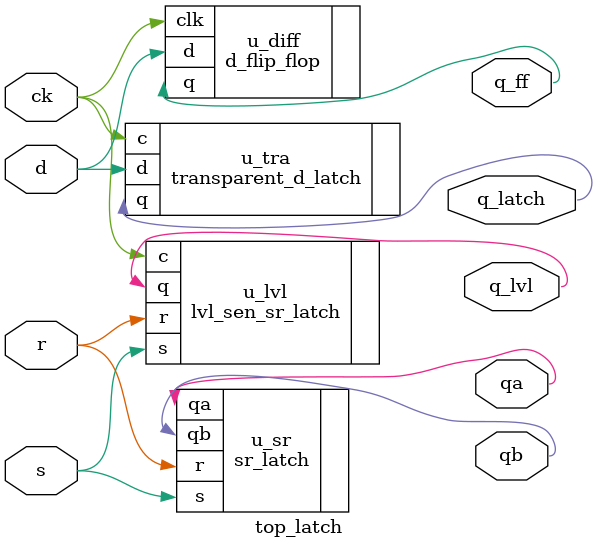
<source format=sv>
`timescale 1ns / 1ps
module top_latch (output logic qa, output logic qb, output logic q_lvl,
	output logic q_latch, output logic q_ff,
	input logic s, input logic r, input logic d, input logic ck);

	sr_latch u_sr(.s(s), .r(r), .qa(qa), .qb(qb));
	lvl_sen_sr_latch u_lvl(.s(s), .c(ck), .r(r), .q(q_lvl));
	transparent_d_latch u_tra(.d(d), .c(ck), .q(q_latch));
	d_flip_flop u_diff(.d(d), .clk(ck), .q(q_ff));

endmodule

</source>
